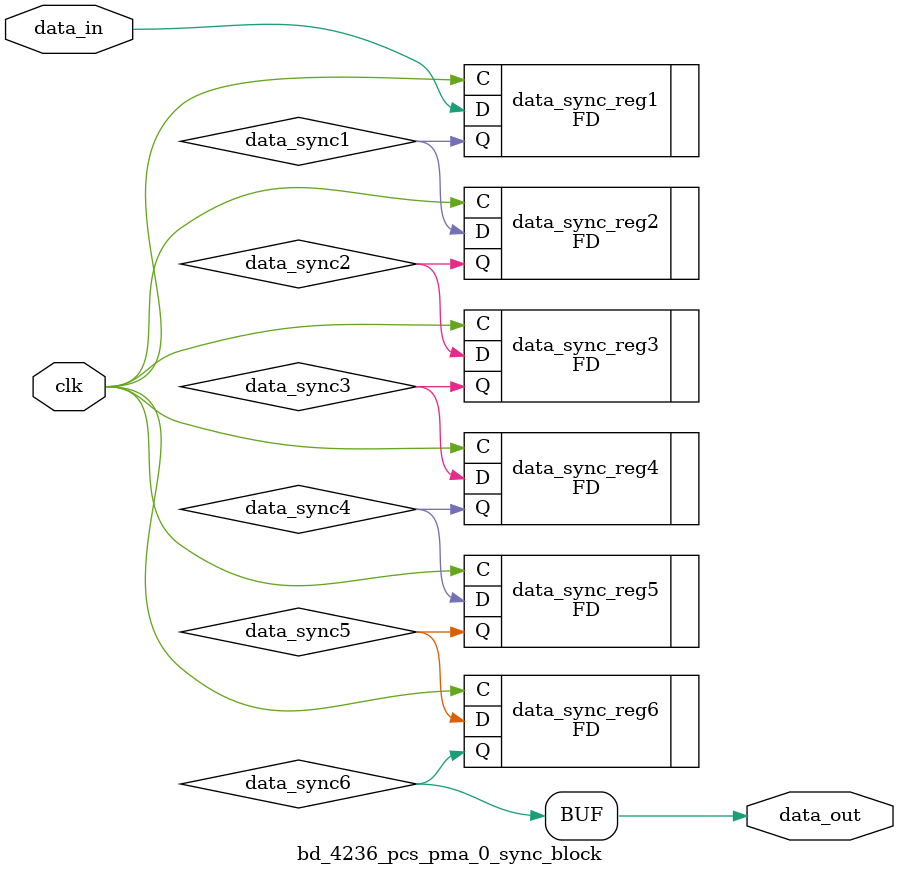
<source format=v>

`timescale 1ps / 1ps

module bd_4236_pcs_pma_0_sync_block #(
  parameter INITIALISE = 2'b00
)
(
  input        clk,              // clock to be sync'ed to
  input        data_in,          // Data to be 'synced'
  output       data_out          // synced data
);

  // Internal Signals
  wire data_sync1;
  wire data_sync2;
  wire data_sync3;
  wire data_sync4;
  wire data_sync5;
  wire data_sync6;


  (* shreg_extract = "no", ASYNC_REG = "TRUE" *)
  FD #(
    .INIT (INITIALISE[0])
  ) data_sync_reg1 (
    .C  (clk),
    .D  (data_in),
    .Q  (data_sync1)
  );


  (* shreg_extract = "no", ASYNC_REG = "TRUE" *)
  FD #(
   .INIT (INITIALISE[1])
  ) data_sync_reg2 (
  .C  (clk),
  .D  (data_sync1),
  .Q  (data_sync2)
  );


  (* shreg_extract = "no", ASYNC_REG = "TRUE" *)
  FD #(
   .INIT (INITIALISE[1])
  ) data_sync_reg3 (
  .C  (clk),
  .D  (data_sync2),
  .Q  (data_sync3)
  );

  (* shreg_extract = "no", ASYNC_REG = "TRUE" *)
  FD #(
   .INIT (INITIALISE[1])
  ) data_sync_reg4 (
  .C  (clk),
  .D  (data_sync3),
  .Q  (data_sync4)
  );

  (* shreg_extract = "no", ASYNC_REG = "TRUE" *)
  FD #(
   .INIT (INITIALISE[1])
  ) data_sync_reg5 (
  .C  (clk),
  .D  (data_sync4),
  .Q  (data_sync5)
  );

  (* shreg_extract = "no", ASYNC_REG = "TRUE" *)
  FD #(
   .INIT (INITIALISE[1])
  ) data_sync_reg6 (
  .C  (clk),
  .D  (data_sync5),
  .Q  (data_sync6)
  );
  assign data_out = data_sync6;


endmodule



</source>
